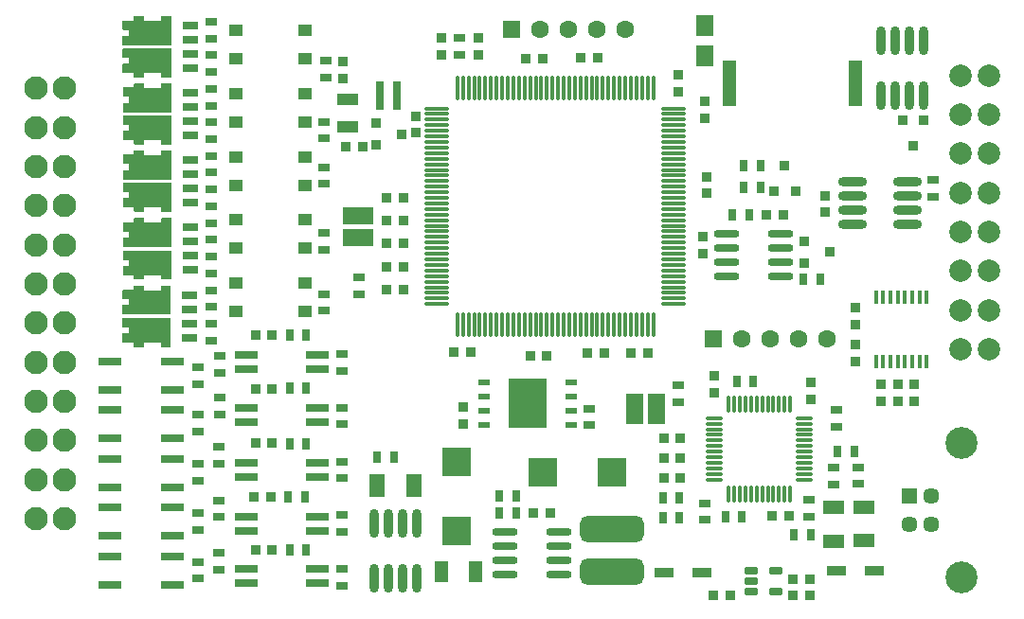
<source format=gts>
G04*
G04 #@! TF.GenerationSoftware,Altium Limited,Altium Designer,23.1.1 (15)*
G04*
G04 Layer_Color=8388736*
%FSLAX25Y25*%
%MOIN*%
G70*
G04*
G04 #@! TF.SameCoordinates,AB512107-65A1-42F9-B056-318A3DCE2635*
G04*
G04*
G04 #@! TF.FilePolarity,Negative*
G04*
G01*
G75*
%ADD43R,0.01200X0.04575*%
%ADD46R,0.04921X0.02559*%
%ADD54R,0.05906X0.07677*%
%ADD61R,0.04921X0.03937*%
%ADD62R,0.06299X0.11024*%
%ADD63R,0.11024X0.06299*%
%ADD64R,0.03150X0.09843*%
%ADD65R,0.03543X0.03543*%
%ADD66R,0.07480X0.04331*%
%ADD67R,0.03394X0.03394*%
%ADD68R,0.03543X0.03543*%
%ADD69O,0.08661X0.01575*%
%ADD70R,0.07480X0.04921*%
%ADD71R,0.03937X0.02756*%
%ADD72R,0.06693X0.03543*%
G04:AMPARAMS|DCode=73|XSize=224.53mil|YSize=92.65mil|CornerRadius=25.16mil|HoleSize=0mil|Usage=FLASHONLY|Rotation=180.000|XOffset=0mil|YOffset=0mil|HoleType=Round|Shape=RoundedRectangle|*
%AMROUNDEDRECTD73*
21,1,0.22453,0.04232,0,0,180.0*
21,1,0.17421,0.09265,0,0,180.0*
1,1,0.05032,-0.08711,0.02116*
1,1,0.05032,0.08711,0.02116*
1,1,0.05032,0.08711,-0.02116*
1,1,0.05032,-0.08711,-0.02116*
%
%ADD73ROUNDEDRECTD73*%
%ADD74O,0.09055X0.02756*%
%ADD75R,0.02756X0.03937*%
%ADD76R,0.05315X0.08268*%
%ADD77O,0.03150X0.10236*%
%ADD78O,0.01575X0.08661*%
%ADD79O,0.10236X0.03150*%
G04:AMPARAMS|DCode=80|XSize=45.67mil|YSize=29.53mil|CornerRadius=8.37mil|HoleSize=0mil|Usage=FLASHONLY|Rotation=0.000|XOffset=0mil|YOffset=0mil|HoleType=Round|Shape=RoundedRectangle|*
%AMROUNDEDRECTD80*
21,1,0.04567,0.01280,0,0,0.0*
21,1,0.02894,0.02953,0,0,0.0*
1,1,0.01673,0.01447,-0.00640*
1,1,0.01673,-0.01447,-0.00640*
1,1,0.01673,-0.01447,0.00640*
1,1,0.01673,0.01447,0.00640*
%
%ADD80ROUNDEDRECTD80*%
%ADD81R,0.03394X0.03394*%
%ADD82R,0.04370X0.03248*%
%ADD83R,0.04331X0.03209*%
%ADD84R,0.03465X0.04331*%
%ADD85R,0.03543X0.04331*%
%ADD86R,0.04331X0.03248*%
%ADD87R,0.05315X0.02953*%
%ADD88R,0.08394X0.02994*%
%ADD89R,0.04921X0.07480*%
%ADD90R,0.05118X0.16142*%
%ADD91O,0.06496X0.01378*%
%ADD92O,0.01378X0.06496*%
%ADD93R,0.03937X0.01968*%
%ADD94R,0.13780X0.17323*%
%ADD95R,0.10039X0.10039*%
%ADD96R,0.10039X0.10039*%
%ADD97C,0.07874*%
%ADD98R,0.06299X0.06299*%
%ADD99C,0.06299*%
%ADD100R,0.05709X0.05709*%
%ADD101C,0.05709*%
%ADD102C,0.11221*%
%ADD103C,0.08268*%
%ADD104C,0.02362*%
G36*
X66968Y-123231D02*
X67005Y-123242D01*
X67039Y-123261D01*
X67069Y-123285D01*
X67094Y-123315D01*
X67112Y-123349D01*
X67123Y-123387D01*
X67127Y-123425D01*
Y-131693D01*
Y-133268D01*
X67123Y-133306D01*
X67112Y-133343D01*
X67094Y-133378D01*
X67069Y-133408D01*
X67039Y-133432D01*
X67005Y-133450D01*
X66968Y-133462D01*
X66929Y-133466D01*
X63779D01*
X63741Y-133462D01*
X63704Y-133450D01*
X63670Y-133432D01*
X63640Y-133408D01*
X63615Y-133378D01*
X63597Y-133343D01*
X63586Y-133306D01*
X63582Y-133268D01*
Y-131891D01*
X57580D01*
Y-133268D01*
X57576Y-133306D01*
X57565Y-133343D01*
X57546Y-133378D01*
X57522Y-133408D01*
X57492Y-133432D01*
X57458Y-133450D01*
X57420Y-133462D01*
X57382Y-133466D01*
X54134D01*
X54095Y-133462D01*
X54058Y-133450D01*
X54024Y-133432D01*
X53994Y-133408D01*
X53969Y-133378D01*
X53951Y-133343D01*
X53940Y-133306D01*
X53936Y-133268D01*
Y-131891D01*
X50197D01*
X50158Y-131887D01*
X50121Y-131876D01*
X50087Y-131857D01*
X50057Y-131833D01*
X50032Y-131803D01*
X50014Y-131769D01*
X50003Y-131731D01*
X49999Y-131693D01*
Y-128839D01*
X50003Y-128800D01*
X50014Y-128763D01*
X50032Y-128729D01*
X50057Y-128699D01*
X50087Y-128674D01*
X50121Y-128656D01*
X50158Y-128645D01*
X50197Y-128641D01*
X52164D01*
Y-126576D01*
X50197D01*
X50158Y-126572D01*
X50121Y-126561D01*
X50087Y-126542D01*
X50057Y-126518D01*
X50032Y-126488D01*
X50014Y-126454D01*
X50003Y-126417D01*
X49999Y-126378D01*
Y-123425D01*
X50003Y-123387D01*
X50014Y-123349D01*
X50032Y-123315D01*
X50057Y-123285D01*
X50087Y-123261D01*
X50121Y-123242D01*
X50158Y-123231D01*
X50197Y-123227D01*
X66929D01*
X66968Y-123231D01*
D02*
G37*
G36*
Y-111814D02*
X67005Y-111825D01*
X67039Y-111843D01*
X67069Y-111868D01*
X67094Y-111898D01*
X67112Y-111932D01*
X67123Y-111969D01*
X67127Y-112008D01*
Y-113583D01*
Y-121850D01*
X67123Y-121889D01*
X67112Y-121926D01*
X67094Y-121960D01*
X67069Y-121990D01*
X67039Y-122015D01*
X67005Y-122033D01*
X66968Y-122044D01*
X66929Y-122048D01*
X50197D01*
X50158Y-122044D01*
X50121Y-122033D01*
X50087Y-122015D01*
X50057Y-121990D01*
X50032Y-121960D01*
X50014Y-121926D01*
X50003Y-121889D01*
X49999Y-121850D01*
Y-118898D01*
X50003Y-118859D01*
X50014Y-118822D01*
X50032Y-118788D01*
X50057Y-118758D01*
X50087Y-118733D01*
X50121Y-118715D01*
X50158Y-118704D01*
X50197Y-118700D01*
X52164D01*
Y-116635D01*
X50197D01*
X50158Y-116631D01*
X50121Y-116620D01*
X50087Y-116602D01*
X50057Y-116577D01*
X50032Y-116547D01*
X50014Y-116513D01*
X50003Y-116476D01*
X49999Y-116437D01*
Y-113583D01*
X50003Y-113544D01*
X50014Y-113507D01*
X50032Y-113473D01*
X50057Y-113443D01*
X50087Y-113418D01*
X50121Y-113400D01*
X50158Y-113389D01*
X50197Y-113385D01*
X53936D01*
Y-112008D01*
X53940Y-111969D01*
X53951Y-111932D01*
X53969Y-111898D01*
X53994Y-111868D01*
X54024Y-111843D01*
X54058Y-111825D01*
X54095Y-111814D01*
X54134Y-111810D01*
X57382D01*
X57420Y-111814D01*
X57458Y-111825D01*
X57492Y-111843D01*
X57522Y-111868D01*
X57546Y-111898D01*
X57565Y-111932D01*
X57576Y-111969D01*
X57580Y-112008D01*
Y-113385D01*
X63582D01*
Y-112008D01*
X63586Y-111969D01*
X63597Y-111932D01*
X63615Y-111898D01*
X63640Y-111868D01*
X63670Y-111843D01*
X63704Y-111825D01*
X63741Y-111814D01*
X63779Y-111810D01*
X66929D01*
X66968Y-111814D01*
D02*
G37*
G36*
X67165Y-99412D02*
X67202Y-99424D01*
X67236Y-99442D01*
X67266Y-99466D01*
X67290Y-99496D01*
X67309Y-99531D01*
X67320Y-99568D01*
X67324Y-99606D01*
Y-107874D01*
Y-109449D01*
X67320Y-109487D01*
X67309Y-109525D01*
X67290Y-109559D01*
X67266Y-109589D01*
X67236Y-109613D01*
X67202Y-109632D01*
X67165Y-109643D01*
X67126Y-109647D01*
X63976D01*
X63938Y-109643D01*
X63901Y-109632D01*
X63867Y-109613D01*
X63836Y-109589D01*
X63812Y-109559D01*
X63794Y-109525D01*
X63782Y-109487D01*
X63779Y-109449D01*
Y-108072D01*
X57776D01*
Y-109449D01*
X57773Y-109487D01*
X57762Y-109525D01*
X57743Y-109559D01*
X57719Y-109589D01*
X57689Y-109613D01*
X57654Y-109632D01*
X57617Y-109643D01*
X57579Y-109647D01*
X54331D01*
X54292Y-109643D01*
X54255Y-109632D01*
X54221Y-109613D01*
X54191Y-109589D01*
X54166Y-109559D01*
X54148Y-109525D01*
X54137Y-109487D01*
X54133Y-109449D01*
Y-108072D01*
X50394D01*
X50355Y-108068D01*
X50318Y-108057D01*
X50284Y-108038D01*
X50254Y-108014D01*
X50229Y-107984D01*
X50211Y-107950D01*
X50200Y-107913D01*
X50196Y-107874D01*
Y-105020D01*
X50200Y-104981D01*
X50211Y-104944D01*
X50229Y-104910D01*
X50254Y-104880D01*
X50284Y-104855D01*
X50318Y-104837D01*
X50355Y-104826D01*
X50394Y-104822D01*
X52361D01*
Y-102757D01*
X50394D01*
X50355Y-102753D01*
X50318Y-102742D01*
X50284Y-102724D01*
X50254Y-102699D01*
X50229Y-102669D01*
X50211Y-102635D01*
X50200Y-102598D01*
X50196Y-102559D01*
Y-99606D01*
X50200Y-99568D01*
X50211Y-99531D01*
X50229Y-99496D01*
X50254Y-99466D01*
X50284Y-99442D01*
X50318Y-99424D01*
X50355Y-99412D01*
X50394Y-99409D01*
X67126D01*
X67165Y-99412D01*
D02*
G37*
G36*
Y-87995D02*
X67202Y-88006D01*
X67236Y-88024D01*
X67266Y-88049D01*
X67290Y-88079D01*
X67309Y-88113D01*
X67320Y-88150D01*
X67324Y-88189D01*
Y-89764D01*
Y-98032D01*
X67320Y-98070D01*
X67309Y-98107D01*
X67290Y-98141D01*
X67266Y-98171D01*
X67236Y-98196D01*
X67202Y-98214D01*
X67165Y-98225D01*
X67126Y-98229D01*
X50394D01*
X50355Y-98225D01*
X50318Y-98214D01*
X50284Y-98196D01*
X50254Y-98171D01*
X50229Y-98141D01*
X50211Y-98107D01*
X50200Y-98070D01*
X50196Y-98032D01*
Y-95079D01*
X50200Y-95040D01*
X50211Y-95003D01*
X50229Y-94969D01*
X50254Y-94939D01*
X50284Y-94914D01*
X50318Y-94896D01*
X50355Y-94885D01*
X50394Y-94881D01*
X52361D01*
Y-92816D01*
X50394D01*
X50355Y-92812D01*
X50318Y-92801D01*
X50284Y-92783D01*
X50254Y-92758D01*
X50229Y-92728D01*
X50211Y-92694D01*
X50200Y-92657D01*
X50196Y-92618D01*
Y-89764D01*
X50200Y-89725D01*
X50211Y-89688D01*
X50229Y-89654D01*
X50254Y-89624D01*
X50284Y-89599D01*
X50318Y-89581D01*
X50355Y-89570D01*
X50394Y-89566D01*
X54133D01*
Y-88189D01*
X54137Y-88150D01*
X54148Y-88113D01*
X54166Y-88079D01*
X54191Y-88049D01*
X54221Y-88024D01*
X54255Y-88006D01*
X54292Y-87995D01*
X54331Y-87991D01*
X57579D01*
X57617Y-87995D01*
X57654Y-88006D01*
X57689Y-88024D01*
X57719Y-88049D01*
X57743Y-88079D01*
X57762Y-88113D01*
X57773Y-88150D01*
X57776Y-88189D01*
Y-89566D01*
X63779D01*
Y-88189D01*
X63782Y-88150D01*
X63794Y-88113D01*
X63812Y-88079D01*
X63836Y-88049D01*
X63867Y-88024D01*
X63901Y-88006D01*
X63938Y-87995D01*
X63976Y-87991D01*
X67126D01*
X67165Y-87995D01*
D02*
G37*
G36*
Y-75593D02*
X67202Y-75605D01*
X67236Y-75623D01*
X67266Y-75647D01*
X67290Y-75678D01*
X67309Y-75712D01*
X67320Y-75749D01*
X67324Y-75787D01*
Y-84055D01*
Y-85630D01*
X67320Y-85668D01*
X67309Y-85706D01*
X67290Y-85740D01*
X67266Y-85770D01*
X67236Y-85794D01*
X67202Y-85813D01*
X67165Y-85824D01*
X67126Y-85828D01*
X63976D01*
X63938Y-85824D01*
X63901Y-85813D01*
X63867Y-85794D01*
X63836Y-85770D01*
X63812Y-85740D01*
X63794Y-85706D01*
X63782Y-85668D01*
X63779Y-85630D01*
Y-84253D01*
X57776D01*
Y-85630D01*
X57773Y-85668D01*
X57762Y-85706D01*
X57743Y-85740D01*
X57719Y-85770D01*
X57689Y-85794D01*
X57654Y-85813D01*
X57617Y-85824D01*
X57579Y-85828D01*
X54331D01*
X54292Y-85824D01*
X54255Y-85813D01*
X54221Y-85794D01*
X54191Y-85770D01*
X54166Y-85740D01*
X54148Y-85706D01*
X54137Y-85668D01*
X54133Y-85630D01*
Y-84253D01*
X50394D01*
X50355Y-84249D01*
X50318Y-84238D01*
X50284Y-84220D01*
X50254Y-84195D01*
X50229Y-84165D01*
X50211Y-84131D01*
X50200Y-84094D01*
X50196Y-84055D01*
Y-81201D01*
X50200Y-81162D01*
X50211Y-81125D01*
X50229Y-81091D01*
X50254Y-81061D01*
X50284Y-81036D01*
X50318Y-81018D01*
X50355Y-81007D01*
X50394Y-81003D01*
X52361D01*
Y-78938D01*
X50394D01*
X50355Y-78934D01*
X50318Y-78923D01*
X50284Y-78905D01*
X50254Y-78880D01*
X50229Y-78850D01*
X50211Y-78816D01*
X50200Y-78779D01*
X50196Y-78740D01*
Y-75787D01*
X50200Y-75749D01*
X50211Y-75712D01*
X50229Y-75678D01*
X50254Y-75647D01*
X50284Y-75623D01*
X50318Y-75605D01*
X50355Y-75593D01*
X50394Y-75590D01*
X67126D01*
X67165Y-75593D01*
D02*
G37*
G36*
Y-64176D02*
X67202Y-64187D01*
X67236Y-64206D01*
X67266Y-64230D01*
X67290Y-64260D01*
X67309Y-64294D01*
X67320Y-64332D01*
X67324Y-64370D01*
Y-65945D01*
Y-74213D01*
X67320Y-74251D01*
X67309Y-74288D01*
X67290Y-74322D01*
X67266Y-74353D01*
X67236Y-74377D01*
X67202Y-74395D01*
X67165Y-74407D01*
X67126Y-74410D01*
X50394D01*
X50355Y-74407D01*
X50318Y-74395D01*
X50284Y-74377D01*
X50254Y-74353D01*
X50229Y-74322D01*
X50211Y-74288D01*
X50200Y-74251D01*
X50196Y-74213D01*
Y-71260D01*
X50200Y-71221D01*
X50211Y-71184D01*
X50229Y-71150D01*
X50254Y-71120D01*
X50284Y-71095D01*
X50318Y-71077D01*
X50355Y-71066D01*
X50394Y-71062D01*
X52361D01*
Y-68997D01*
X50394D01*
X50355Y-68993D01*
X50318Y-68982D01*
X50284Y-68964D01*
X50254Y-68939D01*
X50229Y-68909D01*
X50211Y-68875D01*
X50200Y-68838D01*
X50196Y-68799D01*
Y-65945D01*
X50200Y-65906D01*
X50211Y-65869D01*
X50229Y-65835D01*
X50254Y-65805D01*
X50284Y-65780D01*
X50318Y-65762D01*
X50355Y-65751D01*
X50394Y-65747D01*
X54133D01*
Y-64370D01*
X54137Y-64332D01*
X54148Y-64294D01*
X54166Y-64260D01*
X54191Y-64230D01*
X54221Y-64206D01*
X54255Y-64187D01*
X54292Y-64176D01*
X54331Y-64172D01*
X57579D01*
X57617Y-64176D01*
X57654Y-64187D01*
X57689Y-64206D01*
X57719Y-64230D01*
X57743Y-64260D01*
X57762Y-64294D01*
X57773Y-64332D01*
X57776Y-64370D01*
Y-65747D01*
X63779D01*
Y-64370D01*
X63782Y-64332D01*
X63794Y-64294D01*
X63812Y-64260D01*
X63836Y-64230D01*
X63867Y-64206D01*
X63901Y-64187D01*
X63938Y-64176D01*
X63976Y-64172D01*
X67126D01*
X67165Y-64176D01*
D02*
G37*
G36*
Y-51971D02*
X67202Y-51983D01*
X67236Y-52001D01*
X67266Y-52026D01*
X67290Y-52056D01*
X67309Y-52090D01*
X67320Y-52127D01*
X67324Y-52165D01*
Y-60433D01*
Y-62008D01*
X67320Y-62046D01*
X67309Y-62084D01*
X67290Y-62118D01*
X67266Y-62148D01*
X67236Y-62172D01*
X67202Y-62191D01*
X67165Y-62202D01*
X67126Y-62206D01*
X63976D01*
X63938Y-62202D01*
X63901Y-62191D01*
X63867Y-62172D01*
X63836Y-62148D01*
X63812Y-62118D01*
X63794Y-62084D01*
X63782Y-62046D01*
X63779Y-62008D01*
Y-60631D01*
X57776D01*
Y-62008D01*
X57773Y-62046D01*
X57762Y-62084D01*
X57743Y-62118D01*
X57719Y-62148D01*
X57689Y-62172D01*
X57654Y-62191D01*
X57617Y-62202D01*
X57579Y-62206D01*
X54331D01*
X54292Y-62202D01*
X54255Y-62191D01*
X54221Y-62172D01*
X54191Y-62148D01*
X54166Y-62118D01*
X54148Y-62084D01*
X54137Y-62046D01*
X54133Y-62008D01*
Y-60631D01*
X50394D01*
X50355Y-60627D01*
X50318Y-60616D01*
X50284Y-60597D01*
X50254Y-60573D01*
X50229Y-60543D01*
X50211Y-60509D01*
X50200Y-60472D01*
X50196Y-60433D01*
Y-57579D01*
X50200Y-57540D01*
X50211Y-57503D01*
X50229Y-57469D01*
X50254Y-57439D01*
X50284Y-57414D01*
X50318Y-57396D01*
X50355Y-57385D01*
X50394Y-57381D01*
X52361D01*
Y-55316D01*
X50394D01*
X50355Y-55312D01*
X50318Y-55301D01*
X50284Y-55283D01*
X50254Y-55258D01*
X50229Y-55228D01*
X50211Y-55194D01*
X50200Y-55157D01*
X50196Y-55118D01*
Y-52165D01*
X50200Y-52127D01*
X50211Y-52090D01*
X50229Y-52056D01*
X50254Y-52026D01*
X50284Y-52001D01*
X50318Y-51983D01*
X50355Y-51971D01*
X50394Y-51968D01*
X67126D01*
X67165Y-51971D01*
D02*
G37*
G36*
Y-40554D02*
X67202Y-40565D01*
X67236Y-40584D01*
X67266Y-40608D01*
X67290Y-40638D01*
X67309Y-40672D01*
X67320Y-40709D01*
X67324Y-40748D01*
Y-42323D01*
Y-50591D01*
X67320Y-50629D01*
X67309Y-50666D01*
X67290Y-50700D01*
X67266Y-50730D01*
X67236Y-50755D01*
X67202Y-50773D01*
X67165Y-50785D01*
X67126Y-50788D01*
X50394D01*
X50355Y-50785D01*
X50318Y-50773D01*
X50284Y-50755D01*
X50254Y-50730D01*
X50229Y-50700D01*
X50211Y-50666D01*
X50200Y-50629D01*
X50196Y-50591D01*
Y-47638D01*
X50200Y-47599D01*
X50211Y-47562D01*
X50229Y-47528D01*
X50254Y-47498D01*
X50284Y-47473D01*
X50318Y-47455D01*
X50355Y-47444D01*
X50394Y-47440D01*
X52361D01*
Y-45375D01*
X50394D01*
X50355Y-45371D01*
X50318Y-45360D01*
X50284Y-45342D01*
X50254Y-45317D01*
X50229Y-45287D01*
X50211Y-45253D01*
X50200Y-45216D01*
X50196Y-45177D01*
Y-42323D01*
X50200Y-42284D01*
X50211Y-42247D01*
X50229Y-42213D01*
X50254Y-42183D01*
X50284Y-42158D01*
X50318Y-42140D01*
X50355Y-42129D01*
X50394Y-42125D01*
X54133D01*
Y-40748D01*
X54137Y-40709D01*
X54148Y-40672D01*
X54166Y-40638D01*
X54191Y-40608D01*
X54221Y-40584D01*
X54255Y-40565D01*
X54292Y-40554D01*
X54331Y-40550D01*
X57579D01*
X57617Y-40554D01*
X57654Y-40565D01*
X57689Y-40584D01*
X57719Y-40608D01*
X57743Y-40638D01*
X57762Y-40672D01*
X57773Y-40709D01*
X57776Y-40748D01*
Y-42125D01*
X63779D01*
Y-40748D01*
X63782Y-40709D01*
X63794Y-40672D01*
X63812Y-40638D01*
X63836Y-40608D01*
X63867Y-40584D01*
X63901Y-40565D01*
X63938Y-40554D01*
X63976Y-40550D01*
X67126D01*
X67165Y-40554D01*
D02*
G37*
G36*
X67066Y-28330D02*
X67103Y-28341D01*
X67137Y-28359D01*
X67167Y-28384D01*
X67192Y-28414D01*
X67210Y-28448D01*
X67222Y-28485D01*
X67225Y-28524D01*
Y-36791D01*
Y-38366D01*
X67222Y-38405D01*
X67210Y-38442D01*
X67192Y-38476D01*
X67167Y-38506D01*
X67137Y-38531D01*
X67103Y-38549D01*
X67066Y-38560D01*
X67028Y-38564D01*
X63878D01*
X63839Y-38560D01*
X63802Y-38549D01*
X63768Y-38531D01*
X63738Y-38506D01*
X63714Y-38476D01*
X63695Y-38442D01*
X63684Y-38405D01*
X63680Y-38366D01*
Y-36989D01*
X57678D01*
Y-38366D01*
X57674Y-38405D01*
X57663Y-38442D01*
X57645Y-38476D01*
X57620Y-38506D01*
X57590Y-38531D01*
X57556Y-38549D01*
X57519Y-38560D01*
X57480Y-38564D01*
X54232D01*
X54194Y-38560D01*
X54157Y-38549D01*
X54122Y-38531D01*
X54092Y-38506D01*
X54068Y-38476D01*
X54050Y-38442D01*
X54038Y-38405D01*
X54035Y-38366D01*
Y-36989D01*
X50295D01*
X50257Y-36985D01*
X50220Y-36974D01*
X50185Y-36956D01*
X50155Y-36931D01*
X50131Y-36901D01*
X50112Y-36867D01*
X50101Y-36830D01*
X50098Y-36791D01*
Y-33937D01*
X50101Y-33898D01*
X50112Y-33861D01*
X50131Y-33827D01*
X50155Y-33797D01*
X50185Y-33773D01*
X50220Y-33754D01*
X50257Y-33743D01*
X50295Y-33739D01*
X52263D01*
Y-31674D01*
X50295D01*
X50257Y-31670D01*
X50220Y-31659D01*
X50185Y-31641D01*
X50155Y-31616D01*
X50131Y-31586D01*
X50112Y-31552D01*
X50101Y-31515D01*
X50098Y-31477D01*
Y-28524D01*
X50101Y-28485D01*
X50112Y-28448D01*
X50131Y-28414D01*
X50155Y-28384D01*
X50185Y-28359D01*
X50220Y-28341D01*
X50257Y-28330D01*
X50295Y-28326D01*
X67028D01*
X67066Y-28330D01*
D02*
G37*
G36*
Y-16912D02*
X67103Y-16924D01*
X67137Y-16942D01*
X67167Y-16966D01*
X67192Y-16996D01*
X67210Y-17031D01*
X67222Y-17068D01*
X67225Y-17106D01*
Y-18681D01*
Y-26949D01*
X67222Y-26987D01*
X67210Y-27025D01*
X67192Y-27059D01*
X67167Y-27089D01*
X67137Y-27113D01*
X67103Y-27132D01*
X67066Y-27143D01*
X67028Y-27147D01*
X50295D01*
X50257Y-27143D01*
X50220Y-27132D01*
X50185Y-27113D01*
X50155Y-27089D01*
X50131Y-27059D01*
X50112Y-27025D01*
X50101Y-26987D01*
X50098Y-26949D01*
Y-23996D01*
X50101Y-23958D01*
X50112Y-23921D01*
X50131Y-23886D01*
X50155Y-23856D01*
X50185Y-23832D01*
X50220Y-23813D01*
X50257Y-23802D01*
X50295Y-23798D01*
X52263D01*
Y-21733D01*
X50295D01*
X50257Y-21730D01*
X50220Y-21718D01*
X50185Y-21700D01*
X50155Y-21675D01*
X50131Y-21645D01*
X50112Y-21611D01*
X50101Y-21574D01*
X50098Y-21535D01*
Y-18681D01*
X50101Y-18643D01*
X50112Y-18606D01*
X50131Y-18571D01*
X50155Y-18541D01*
X50185Y-18517D01*
X50220Y-18498D01*
X50257Y-18487D01*
X50295Y-18483D01*
X54035D01*
Y-17106D01*
X54038Y-17068D01*
X54050Y-17031D01*
X54068Y-16996D01*
X54092Y-16966D01*
X54122Y-16942D01*
X54157Y-16924D01*
X54194Y-16912D01*
X54232Y-16909D01*
X57480D01*
X57519Y-16912D01*
X57556Y-16924D01*
X57590Y-16942D01*
X57620Y-16966D01*
X57645Y-16996D01*
X57663Y-17031D01*
X57674Y-17068D01*
X57678Y-17106D01*
Y-18483D01*
X63680D01*
Y-17106D01*
X63684Y-17068D01*
X63695Y-17031D01*
X63714Y-16996D01*
X63738Y-16966D01*
X63768Y-16942D01*
X63802Y-16924D01*
X63839Y-16912D01*
X63878Y-16909D01*
X67028D01*
X67066Y-16912D01*
D02*
G37*
D43*
X315158Y-138583D02*
D03*
X317717D02*
D03*
X320276D02*
D03*
X322835D02*
D03*
X325394D02*
D03*
X327953D02*
D03*
X330512D02*
D03*
X333071D02*
D03*
X322835Y-115976D02*
D03*
X320276D02*
D03*
X317717D02*
D03*
X315158D02*
D03*
X325394D02*
D03*
X327953D02*
D03*
X330512D02*
D03*
X333071D02*
D03*
D46*
X60532Y-32461D02*
D03*
Y-23012D02*
D03*
X60630Y-46654D02*
D03*
Y-56102D02*
D03*
Y-79724D02*
D03*
Y-70276D02*
D03*
Y-94095D02*
D03*
Y-103543D02*
D03*
X60433Y-127362D02*
D03*
Y-117913D02*
D03*
D54*
X254823Y-20177D02*
D03*
Y-31004D02*
D03*
D61*
X89862Y-98632D02*
D03*
X114468D02*
D03*
X89862Y-88632D02*
D03*
X114468D02*
D03*
Y-110827D02*
D03*
X89862D02*
D03*
X114468Y-120827D02*
D03*
X89862D02*
D03*
X114468Y-44242D02*
D03*
X89862D02*
D03*
X114468Y-54242D02*
D03*
X89862D02*
D03*
X114468Y-22047D02*
D03*
X89862D02*
D03*
X114468Y-32047D02*
D03*
X89862D02*
D03*
X114468Y-66437D02*
D03*
X89862D02*
D03*
X114468Y-76437D02*
D03*
X89862D02*
D03*
D62*
X230413Y-155315D02*
D03*
X237893D02*
D03*
D63*
X132973Y-87303D02*
D03*
Y-94783D02*
D03*
D64*
X140650Y-44783D02*
D03*
X146555D02*
D03*
D65*
X153150Y-57973D02*
D03*
Y-52067D02*
D03*
X127657Y-32972D02*
D03*
Y-38878D02*
D03*
X162303Y-30610D02*
D03*
Y-24705D02*
D03*
X255118Y-52756D02*
D03*
X297244Y-86024D02*
D03*
Y-80118D02*
D03*
X328740Y-152559D02*
D03*
Y-146653D02*
D03*
X322835Y-152559D02*
D03*
Y-146653D02*
D03*
X316929Y-152559D02*
D03*
Y-146653D02*
D03*
X307874Y-125394D02*
D03*
Y-119488D02*
D03*
Y-138386D02*
D03*
Y-132480D02*
D03*
X169882Y-154528D02*
D03*
Y-160433D02*
D03*
X292323Y-145866D02*
D03*
Y-151772D02*
D03*
X258465Y-143701D02*
D03*
Y-149606D02*
D03*
X254331Y-100591D02*
D03*
Y-94685D02*
D03*
X255512Y-79331D02*
D03*
Y-73425D02*
D03*
X255118Y-46850D02*
D03*
X245472Y-37598D02*
D03*
Y-43504D02*
D03*
X175197Y-24606D02*
D03*
Y-30512D02*
D03*
D66*
X129331Y-46161D02*
D03*
Y-56004D02*
D03*
D67*
X148228Y-58465D02*
D03*
X139228Y-54715D02*
D03*
Y-62215D02*
D03*
X298819Y-100000D02*
D03*
X289819Y-96250D02*
D03*
Y-103750D02*
D03*
D68*
X134646Y-62894D02*
D03*
X128740D02*
D03*
X234842Y-135630D02*
D03*
X276575Y-87008D02*
D03*
X282480D02*
D03*
X263976Y-220866D02*
D03*
X258071D02*
D03*
X286024Y-215354D02*
D03*
X291929D02*
D03*
X286024Y-220866D02*
D03*
X291929D02*
D03*
X149016Y-88829D02*
D03*
X143110D02*
D03*
X102756Y-204921D02*
D03*
X96850D02*
D03*
X142913Y-80905D02*
D03*
X148819D02*
D03*
X149016Y-96949D02*
D03*
X143110D02*
D03*
Y-113189D02*
D03*
X149016D02*
D03*
X143110Y-105069D02*
D03*
X149016D02*
D03*
X102756Y-129134D02*
D03*
X96850D02*
D03*
X166732Y-135236D02*
D03*
X172638D02*
D03*
X193504Y-136417D02*
D03*
X199409D02*
D03*
X213779Y-135630D02*
D03*
X219685D02*
D03*
X228937D02*
D03*
X278740Y-192913D02*
D03*
X284646D02*
D03*
X240551Y-179552D02*
D03*
X246457D02*
D03*
X240551Y-172478D02*
D03*
X246457D02*
D03*
X240551Y-165404D02*
D03*
X246457D02*
D03*
X217323Y-31496D02*
D03*
X211417D02*
D03*
X197835Y-31890D02*
D03*
X191929D02*
D03*
X194685Y-191929D02*
D03*
X200591D02*
D03*
X102362Y-186221D02*
D03*
X96457D02*
D03*
X102756Y-167323D02*
D03*
X96850D02*
D03*
X102756Y-148228D02*
D03*
X96850D02*
D03*
D69*
X160630Y-59252D02*
D03*
X244094Y-53346D02*
D03*
Y-116339D02*
D03*
Y-114370D02*
D03*
Y-110433D02*
D03*
Y-108465D02*
D03*
Y-78937D02*
D03*
Y-73032D02*
D03*
Y-71063D02*
D03*
Y-63189D02*
D03*
Y-61221D02*
D03*
Y-49409D02*
D03*
Y-51378D02*
D03*
Y-55315D02*
D03*
Y-57284D02*
D03*
Y-59252D02*
D03*
Y-65158D02*
D03*
Y-67126D02*
D03*
Y-69095D02*
D03*
Y-75000D02*
D03*
Y-76968D02*
D03*
Y-80905D02*
D03*
Y-82874D02*
D03*
Y-84842D02*
D03*
Y-86811D02*
D03*
Y-88779D02*
D03*
Y-90748D02*
D03*
Y-92716D02*
D03*
Y-94685D02*
D03*
Y-96653D02*
D03*
Y-98622D02*
D03*
Y-100591D02*
D03*
Y-102559D02*
D03*
Y-104527D02*
D03*
Y-106496D02*
D03*
Y-112402D02*
D03*
Y-118307D02*
D03*
X160630D02*
D03*
Y-116339D02*
D03*
Y-114370D02*
D03*
Y-112402D02*
D03*
Y-110433D02*
D03*
Y-108465D02*
D03*
Y-106496D02*
D03*
Y-104527D02*
D03*
Y-102559D02*
D03*
Y-100591D02*
D03*
Y-98622D02*
D03*
Y-96653D02*
D03*
Y-94685D02*
D03*
Y-92716D02*
D03*
Y-90748D02*
D03*
Y-88779D02*
D03*
Y-86811D02*
D03*
Y-84842D02*
D03*
Y-82874D02*
D03*
Y-80905D02*
D03*
Y-78937D02*
D03*
Y-76968D02*
D03*
Y-75000D02*
D03*
Y-73032D02*
D03*
Y-71063D02*
D03*
Y-69095D02*
D03*
Y-67126D02*
D03*
Y-65158D02*
D03*
Y-63189D02*
D03*
Y-61221D02*
D03*
Y-57284D02*
D03*
Y-55315D02*
D03*
Y-53346D02*
D03*
Y-51378D02*
D03*
Y-49409D02*
D03*
D70*
X300197Y-189961D02*
D03*
X311024Y-189764D02*
D03*
Y-201575D02*
D03*
X300197Y-201772D02*
D03*
D71*
X300394Y-181890D02*
D03*
X308858Y-181693D02*
D03*
X81299Y-24803D02*
D03*
Y-18898D02*
D03*
Y-36614D02*
D03*
Y-30709D02*
D03*
Y-48425D02*
D03*
Y-42520D02*
D03*
Y-60236D02*
D03*
Y-54331D02*
D03*
X76772Y-214961D02*
D03*
Y-209055D02*
D03*
X84055Y-205906D02*
D03*
Y-211811D02*
D03*
X76772Y-197736D02*
D03*
Y-191831D02*
D03*
X84055Y-187402D02*
D03*
Y-193307D02*
D03*
X133268Y-108957D02*
D03*
Y-114862D02*
D03*
X121063Y-93209D02*
D03*
Y-99114D02*
D03*
Y-114764D02*
D03*
Y-120669D02*
D03*
X127362Y-135827D02*
D03*
Y-141732D02*
D03*
X81299Y-72047D02*
D03*
Y-66142D02*
D03*
Y-83858D02*
D03*
Y-77953D02*
D03*
Y-95669D02*
D03*
Y-89764D02*
D03*
Y-107480D02*
D03*
Y-101575D02*
D03*
Y-119291D02*
D03*
Y-113386D02*
D03*
Y-131102D02*
D03*
Y-125197D02*
D03*
X76772Y-146457D02*
D03*
Y-140551D02*
D03*
X84449Y-142520D02*
D03*
Y-136614D02*
D03*
Y-151181D02*
D03*
Y-157087D02*
D03*
X76772Y-163287D02*
D03*
Y-157382D02*
D03*
X84055Y-168701D02*
D03*
Y-174606D02*
D03*
X76772Y-180512D02*
D03*
Y-174606D02*
D03*
X127362Y-173721D02*
D03*
Y-179626D02*
D03*
Y-192667D02*
D03*
Y-198573D02*
D03*
Y-217520D02*
D03*
Y-211614D02*
D03*
X214370Y-155118D02*
D03*
Y-161024D02*
D03*
X245669Y-147047D02*
D03*
Y-152953D02*
D03*
X335433Y-74606D02*
D03*
Y-80512D02*
D03*
X301378Y-155512D02*
D03*
Y-161417D02*
D03*
X308858Y-175787D02*
D03*
X300394Y-175984D02*
D03*
X291535Y-193110D02*
D03*
Y-187205D02*
D03*
X255118Y-188386D02*
D03*
Y-194291D02*
D03*
X168701Y-30512D02*
D03*
Y-24606D02*
D03*
X127362Y-154774D02*
D03*
Y-160679D02*
D03*
X121063Y-70079D02*
D03*
Y-75984D02*
D03*
Y-60039D02*
D03*
Y-54134D02*
D03*
X121653Y-38386D02*
D03*
Y-32480D02*
D03*
D72*
X240748Y-212795D02*
D03*
X314764Y-212205D02*
D03*
X301378D02*
D03*
X254134Y-212795D02*
D03*
D73*
X222441Y-212598D02*
D03*
Y-197441D02*
D03*
D74*
X203543Y-208602D02*
D03*
X262598Y-93681D02*
D03*
Y-98681D02*
D03*
Y-103681D02*
D03*
Y-108681D02*
D03*
X281496Y-93681D02*
D03*
Y-98681D02*
D03*
Y-103681D02*
D03*
Y-108681D02*
D03*
X203543Y-213602D02*
D03*
Y-203602D02*
D03*
Y-198602D02*
D03*
X184646Y-213602D02*
D03*
Y-208602D02*
D03*
Y-203602D02*
D03*
Y-198602D02*
D03*
D75*
X139567Y-172244D02*
D03*
X268701Y-69685D02*
D03*
X274606D02*
D03*
Y-77165D02*
D03*
X268701D02*
D03*
X289567Y-109449D02*
D03*
X295472D02*
D03*
X264764Y-87008D02*
D03*
X270669D02*
D03*
X114370Y-186221D02*
D03*
X108465D02*
D03*
X114764Y-129134D02*
D03*
X108858D02*
D03*
X114764Y-204921D02*
D03*
X108858D02*
D03*
X301772Y-170079D02*
D03*
X307677D02*
D03*
X292323Y-199409D02*
D03*
X286417D02*
D03*
X268110Y-193307D02*
D03*
X262205D02*
D03*
X246063Y-193701D02*
D03*
X240158D02*
D03*
X246063Y-186627D02*
D03*
X240158D02*
D03*
X266142Y-145472D02*
D03*
X272047D02*
D03*
X188583Y-185827D02*
D03*
X182677D02*
D03*
X188583Y-191929D02*
D03*
X182677D02*
D03*
X145473Y-172244D02*
D03*
X114764Y-167520D02*
D03*
X108858D02*
D03*
X114764Y-148031D02*
D03*
X108858D02*
D03*
D76*
X139563Y-182283D02*
D03*
X152563D02*
D03*
D77*
X138524Y-195562D02*
D03*
X331909Y-25591D02*
D03*
X326909D02*
D03*
X321909D02*
D03*
X316910D02*
D03*
X331909Y-44882D02*
D03*
X326909D02*
D03*
X321909D02*
D03*
X316910D02*
D03*
X138524Y-214854D02*
D03*
X143524D02*
D03*
X148524D02*
D03*
X153524D02*
D03*
X143524Y-195562D02*
D03*
X148524D02*
D03*
X153524D02*
D03*
D78*
X234842Y-125591D02*
D03*
X167913Y-42126D02*
D03*
X169882D02*
D03*
X171850D02*
D03*
X173819D02*
D03*
X175787D02*
D03*
X177756D02*
D03*
X179724D02*
D03*
X181693D02*
D03*
X183661D02*
D03*
X185630D02*
D03*
X187598D02*
D03*
X189567D02*
D03*
X191535D02*
D03*
X193504D02*
D03*
X195473D02*
D03*
X197441D02*
D03*
X199409D02*
D03*
X201378D02*
D03*
X203346D02*
D03*
X205315D02*
D03*
X207283D02*
D03*
X209252D02*
D03*
X211221D02*
D03*
X213189D02*
D03*
X215158D02*
D03*
X217126D02*
D03*
X219094D02*
D03*
X221063D02*
D03*
X223031D02*
D03*
X225000D02*
D03*
X226969D02*
D03*
X228937D02*
D03*
X230906D02*
D03*
X232874D02*
D03*
X234842D02*
D03*
X236811D02*
D03*
Y-125591D02*
D03*
X232874D02*
D03*
X230906D02*
D03*
X228937D02*
D03*
X226969D02*
D03*
X225000D02*
D03*
X223031D02*
D03*
X221063D02*
D03*
X219094D02*
D03*
X217126D02*
D03*
X215158D02*
D03*
X213189D02*
D03*
X211221D02*
D03*
X209252D02*
D03*
X207283D02*
D03*
X205315D02*
D03*
X203346D02*
D03*
X201378D02*
D03*
X199409D02*
D03*
X197441D02*
D03*
X195473D02*
D03*
X193504D02*
D03*
X191535D02*
D03*
X189567D02*
D03*
X187598D02*
D03*
X185630D02*
D03*
X183661D02*
D03*
X181693D02*
D03*
X179724D02*
D03*
X177756D02*
D03*
X175787D02*
D03*
X173819D02*
D03*
X171850D02*
D03*
X169882D02*
D03*
X167913D02*
D03*
D79*
X306931Y-75284D02*
D03*
Y-90284D02*
D03*
X326222Y-75284D02*
D03*
Y-80284D02*
D03*
Y-85284D02*
D03*
Y-90284D02*
D03*
X306931Y-85284D02*
D03*
Y-80284D02*
D03*
D80*
X271258Y-215945D02*
D03*
Y-212205D02*
D03*
Y-219685D02*
D03*
X279919D02*
D03*
Y-212205D02*
D03*
D81*
X283071Y-69685D02*
D03*
X279321Y-78685D02*
D03*
X286821D02*
D03*
X328346Y-62598D02*
D03*
X332097Y-53598D02*
D03*
X324597D02*
D03*
D82*
X52362Y-25473D02*
D03*
X52461Y-49114D02*
D03*
Y-72736D02*
D03*
Y-96555D02*
D03*
X52264Y-120374D02*
D03*
D83*
Y-20059D02*
D03*
X52362Y-43701D02*
D03*
Y-67323D02*
D03*
Y-91142D02*
D03*
X52165Y-114961D02*
D03*
D84*
X65453Y-19075D02*
D03*
X65495Y-36336D02*
D03*
X65594Y-59978D02*
D03*
X65551Y-42717D02*
D03*
Y-66339D02*
D03*
X65594Y-83600D02*
D03*
Y-107419D02*
D03*
X65551Y-90158D02*
D03*
X65354Y-113976D02*
D03*
X65397Y-131238D02*
D03*
D85*
X55807Y-19075D02*
D03*
X55895Y-36336D02*
D03*
X55994Y-59978D02*
D03*
X55905Y-42717D02*
D03*
Y-66339D02*
D03*
X55994Y-83600D02*
D03*
Y-107419D02*
D03*
X55905Y-90158D02*
D03*
X55709Y-113976D02*
D03*
X55797Y-131238D02*
D03*
D86*
X52295Y-30036D02*
D03*
X52264Y-35364D02*
D03*
X52362Y-59006D02*
D03*
X52394Y-53678D02*
D03*
Y-77300D02*
D03*
X52362Y-82628D02*
D03*
Y-106447D02*
D03*
X52394Y-101119D02*
D03*
X52197Y-124938D02*
D03*
X52165Y-130266D02*
D03*
D87*
X73819Y-35236D02*
D03*
Y-30236D02*
D03*
Y-20236D02*
D03*
Y-25236D02*
D03*
X73917Y-48878D02*
D03*
Y-43878D02*
D03*
Y-53878D02*
D03*
Y-58878D02*
D03*
Y-82500D02*
D03*
Y-77500D02*
D03*
Y-67500D02*
D03*
Y-72500D02*
D03*
Y-96319D02*
D03*
Y-91319D02*
D03*
Y-101319D02*
D03*
Y-106319D02*
D03*
X73721Y-130138D02*
D03*
Y-125138D02*
D03*
Y-115138D02*
D03*
Y-120138D02*
D03*
D88*
X67669Y-217087D02*
D03*
X45669D02*
D03*
X67669Y-207087D02*
D03*
X45669D02*
D03*
X118504Y-216614D02*
D03*
X93504D02*
D03*
X118504Y-211614D02*
D03*
X93504D02*
D03*
X67669Y-148386D02*
D03*
X45669D02*
D03*
X67669Y-138386D02*
D03*
X45669D02*
D03*
X67669Y-165561D02*
D03*
X45669D02*
D03*
X67669Y-155561D02*
D03*
X45669D02*
D03*
X67669Y-182736D02*
D03*
X45669D02*
D03*
X67669Y-172736D02*
D03*
X45669D02*
D03*
X67669Y-199911D02*
D03*
X45669D02*
D03*
X67669Y-189911D02*
D03*
X45669D02*
D03*
X118504Y-141142D02*
D03*
X93504D02*
D03*
X118504Y-136142D02*
D03*
X93504D02*
D03*
X118504Y-198228D02*
D03*
X93504D02*
D03*
X118504Y-193228D02*
D03*
X93504D02*
D03*
X118504Y-179213D02*
D03*
X93504D02*
D03*
X118504Y-174213D02*
D03*
X93504D02*
D03*
X118504Y-160039D02*
D03*
X93504D02*
D03*
X118504Y-155039D02*
D03*
X93504D02*
D03*
D89*
X174213Y-212402D02*
D03*
X162402D02*
D03*
D90*
X263779Y-40551D02*
D03*
X307874D02*
D03*
D91*
X258366Y-158465D02*
D03*
Y-160433D02*
D03*
Y-162401D02*
D03*
Y-164370D02*
D03*
Y-166339D02*
D03*
Y-168307D02*
D03*
Y-170276D02*
D03*
Y-172244D02*
D03*
Y-174213D02*
D03*
Y-176181D02*
D03*
Y-178150D02*
D03*
Y-180118D02*
D03*
X290059D02*
D03*
Y-178150D02*
D03*
Y-176181D02*
D03*
Y-174213D02*
D03*
Y-172244D02*
D03*
Y-170276D02*
D03*
Y-168307D02*
D03*
Y-166339D02*
D03*
Y-164370D02*
D03*
Y-162401D02*
D03*
Y-160433D02*
D03*
Y-158465D02*
D03*
D92*
X263386Y-185138D02*
D03*
X265354D02*
D03*
X267323D02*
D03*
X269291D02*
D03*
X271260D02*
D03*
X273228D02*
D03*
X275197D02*
D03*
X277165D02*
D03*
X279134D02*
D03*
X281102D02*
D03*
X283071D02*
D03*
X285039D02*
D03*
Y-153445D02*
D03*
X283071D02*
D03*
X281102D02*
D03*
X279134D02*
D03*
X277165D02*
D03*
X275197D02*
D03*
X273228D02*
D03*
X271260D02*
D03*
X269291D02*
D03*
X267323D02*
D03*
X265354D02*
D03*
X263386D02*
D03*
D93*
X208012Y-160846D02*
D03*
Y-155847D02*
D03*
Y-150847D02*
D03*
Y-145846D02*
D03*
X177421Y-160846D02*
D03*
Y-155847D02*
D03*
Y-150847D02*
D03*
Y-145846D02*
D03*
D94*
X192717Y-153347D02*
D03*
D95*
X167717Y-173819D02*
D03*
Y-198228D02*
D03*
D96*
X197835Y-177559D02*
D03*
X222244D02*
D03*
D97*
X354823Y-37795D02*
D03*
X344980D02*
D03*
X354823Y-51575D02*
D03*
X344980D02*
D03*
X354823Y-65354D02*
D03*
X344980D02*
D03*
X354823Y-79134D02*
D03*
X344980D02*
D03*
X354823Y-92913D02*
D03*
X344980D02*
D03*
X354823Y-106693D02*
D03*
X344980D02*
D03*
X354823Y-120472D02*
D03*
X344980D02*
D03*
X354823Y-134252D02*
D03*
X344980D02*
D03*
D98*
X186969Y-21654D02*
D03*
X257953Y-130512D02*
D03*
D99*
X196968Y-21654D02*
D03*
X206968D02*
D03*
X216968D02*
D03*
X226969D02*
D03*
X267953Y-130512D02*
D03*
X277953D02*
D03*
X287953D02*
D03*
X297953D02*
D03*
D100*
X326811Y-186008D02*
D03*
D101*
Y-195850D02*
D03*
X334685D02*
D03*
Y-186008D02*
D03*
D102*
X345354Y-214630D02*
D03*
Y-167228D02*
D03*
D103*
X29528Y-42323D02*
D03*
X19685D02*
D03*
Y-111221D02*
D03*
X29528D02*
D03*
Y-97441D02*
D03*
X19685Y-97441D02*
D03*
Y-56102D02*
D03*
X29528D02*
D03*
X19685Y-69882D02*
D03*
X29528D02*
D03*
X19685Y-83661D02*
D03*
X29528D02*
D03*
Y-152559D02*
D03*
X19685D02*
D03*
X29528Y-138779D02*
D03*
X19685D02*
D03*
X29528Y-125000D02*
D03*
X19685D02*
D03*
Y-166339D02*
D03*
X29528D02*
D03*
Y-180118D02*
D03*
Y-193898D02*
D03*
X19685Y-180118D02*
D03*
Y-193898D02*
D03*
D104*
X188779Y-155315D02*
D03*
X192717D02*
D03*
X196653D02*
D03*
X188779Y-159252D02*
D03*
X196653D02*
D03*
X192717D02*
D03*
X196653Y-151378D02*
D03*
X192717D02*
D03*
X188779D02*
D03*
X196653Y-147441D02*
D03*
X192717D02*
D03*
X188779D02*
D03*
M02*

</source>
